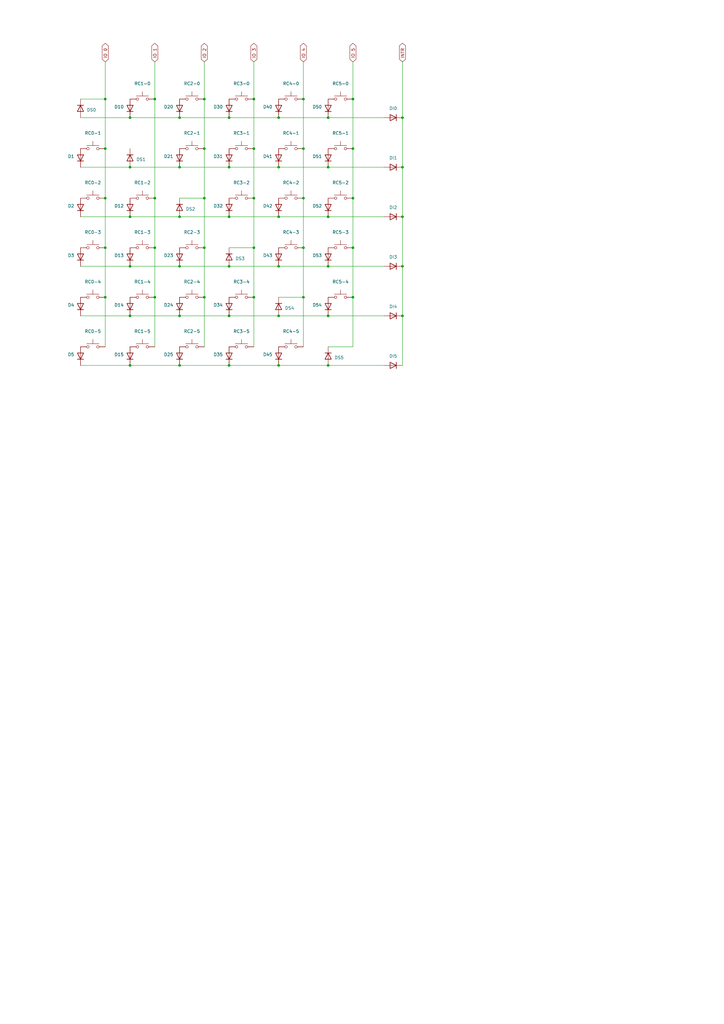
<source format=kicad_sch>
(kicad_sch (version 20230121) (generator eeschema)
  (paper "A3" portrait)
  (lib_symbols
    (symbol "Diode:1N4148" (pin_numbers hide) (pin_names hide)
      (property "Reference" "D" (at 0 2.54 0))
      (property "Value" "1N4148" (at 0 -2.54 0))
      (symbol "1N4148_0_1"
        (polyline (pts (xy -1.27 1.27) (xy -1.27 -1.27)) (stroke (width 0.254)))
        (polyline (pts (xy 1.27 0) (xy -1.27 0)))
        (polyline (pts (xy 1.27 1.27) (xy 1.27 -1.27) (xy -1.27 0) (xy 1.27 1.27)) (stroke (width 0.254)))
      )
      (symbol "1N4148_1_1"
        (pin passive line (at -3.81 0 0) (length 2.54) (name "K") (number "1"))
        (pin passive line (at 3.81 0 180) (length 2.54) (name "A") (number "2"))
      )
    )
    (symbol "Switch:SW_Push" (pin_numbers hide) (pin_names (offset 1.016) hide)
      (property "Reference" "SW" (at 1.27 2.54 0))
      (property "Value" "SW_Push" (at 0 -1.524 0))
      (symbol "SW_Push_0_1"
        (circle (center -2.032 0) (radius 0.508))
        (polyline (pts (xy 0 1.27) (xy 0 3.048)))
        (polyline (pts (xy 2.54 1.27) (xy -2.54 1.27)))
        (circle (center 2.032 0) (radius 0.508))
        (pin passive line (at -5.08 0 0) (length 2.54) (name "1") (number "1"))
        (pin passive line (at 5.08 0 180) (length 2.54) (name "2") (number "2"))
      )
    )
  )
  (junction (at 104.14 81.28))
  (junction (at 63.5 101.6))
  (junction (at 124.46 101.6))
  (junction (at 73.66 149.86))
  (junction (at 93.98 129.54))
  (junction (at 43.18 40.64))
  (junction (at 83.82 40.64))
  (junction (at 104.14 60.96))
  (junction (at 73.66 68.58))
  (junction (at 93.98 88.9))
  (junction (at 134.62 68.58))
  (junction (at 124.46 40.64))
  (junction (at 93.98 149.86))
  (junction (at 114.3 88.9))
  (junction (at 124.46 81.28))
  (junction (at 104.14 40.64))
  (junction (at 165.1 88.9))
  (junction (at 114.3 129.54))
  (junction (at 124.46 121.92))
  (junction (at 53.34 48.26))
  (junction (at 63.5 81.28))
  (junction (at 43.18 60.96))
  (junction (at 73.66 109.22))
  (junction (at 53.34 129.54))
  (junction (at 53.34 68.58))
  (junction (at 63.5 121.92))
  (junction (at 83.82 60.96))
  (junction (at 43.18 101.6))
  (junction (at 63.5 40.64))
  (junction (at 73.66 88.9))
  (junction (at 73.66 48.26))
  (junction (at 134.62 149.86))
  (junction (at 93.98 109.22))
  (junction (at 53.34 149.86))
  (junction (at 134.62 48.26))
  (junction (at 104.14 121.92))
  (junction (at 53.34 88.9))
  (junction (at 83.82 81.28))
  (junction (at 144.78 121.92))
  (junction (at 165.1 48.26))
  (junction (at 93.98 48.26))
  (junction (at 124.46 60.96))
  (junction (at 83.82 121.92))
  (junction (at 165.1 68.58))
  (junction (at 53.34 109.22))
  (junction (at 144.78 81.28))
  (junction (at 83.82 101.6))
  (junction (at 93.98 68.58))
  (junction (at 165.1 109.22))
  (junction (at 114.3 68.58))
  (junction (at 134.62 129.54))
  (junction (at 43.18 121.92))
  (junction (at 144.78 60.96))
  (junction (at 134.62 88.9))
  (junction (at 144.78 101.6))
  (junction (at 114.3 48.26))
  (junction (at 114.3 149.86))
  (junction (at 104.14 101.6))
  (junction (at 134.62 109.22))
  (junction (at 43.18 81.28))
  (junction (at 165.1 129.54))
  (junction (at 73.66 129.54))
  (junction (at 114.3 109.22))
  (junction (at 144.78 40.64))
  (wire (pts (xy 83.82 60.96) (xy 83.82 81.28)))
  (wire (pts (xy 144.78 25.4) (xy 144.78 40.64)))
  (wire (pts (xy 93.98 88.9) (xy 114.3 88.9)))
  (wire (pts (xy 73.66 109.22) (xy 93.98 109.22)))
  (wire (pts (xy 165.1 68.58) (xy 165.1 88.9)))
  (wire (pts (xy 114.3 129.54) (xy 134.62 129.54)))
  (wire (pts (xy 43.18 40.64) (xy 43.18 60.96)))
  (wire (pts (xy 114.3 88.9) (xy 134.62 88.9)))
  (wire (pts (xy 63.5 81.28) (xy 63.5 101.6)))
  (wire (pts (xy 104.14 101.6) (xy 104.14 121.92)))
  (wire (pts (xy 73.66 48.26) (xy 93.98 48.26)))
  (wire (pts (xy 104.14 25.4) (xy 104.14 40.64)))
  (wire (pts (xy 73.66 81.28) (xy 83.82 81.28)))
  (wire (pts (xy 114.3 68.58) (xy 134.62 68.58)))
  (wire (pts (xy 63.5 40.64) (xy 63.5 81.28)))
  (wire (pts (xy 33.02 129.54) (xy 53.34 129.54)))
  (wire (pts (xy 53.34 129.54) (xy 73.66 129.54)))
  (wire (pts (xy 33.02 109.22) (xy 53.34 109.22)))
  (wire (pts (xy 53.34 68.58) (xy 73.66 68.58)))
  (wire (pts (xy 83.82 101.6) (xy 83.82 121.92)))
  (wire (pts (xy 124.46 121.92) (xy 124.46 142.24)))
  (wire (pts (xy 114.3 149.86) (xy 134.62 149.86)))
  (wire (pts (xy 53.34 109.22) (xy 73.66 109.22)))
  (wire (pts (xy 124.46 25.4) (xy 124.46 40.64)))
  (wire (pts (xy 73.66 68.58) (xy 93.98 68.58)))
  (wire (pts (xy 63.5 121.92) (xy 63.5 142.24)))
  (wire (pts (xy 43.18 60.96) (xy 43.18 81.28)))
  (wire (pts (xy 124.46 81.28) (xy 124.46 101.6)))
  (wire (pts (xy 157.48 149.86) (xy 134.62 149.86)))
  (wire (pts (xy 157.48 109.22) (xy 134.62 109.22)))
  (wire (pts (xy 104.14 60.96) (xy 104.14 81.28)))
  (wire (pts (xy 104.14 81.28) (xy 104.14 101.6)))
  (wire (pts (xy 53.34 88.9) (xy 73.66 88.9)))
  (wire (pts (xy 93.98 109.22) (xy 114.3 109.22)))
  (wire (pts (xy 33.02 68.58) (xy 53.34 68.58)))
  (wire (pts (xy 165.1 88.9) (xy 165.1 109.22)))
  (wire (pts (xy 43.18 121.92) (xy 43.18 142.24)))
  (wire (pts (xy 33.02 48.26) (xy 53.34 48.26)))
  (wire (pts (xy 93.98 149.86) (xy 114.3 149.86)))
  (wire (pts (xy 165.1 25.4) (xy 165.1 48.26)))
  (wire (pts (xy 73.66 88.9) (xy 93.98 88.9)))
  (wire (pts (xy 33.02 40.64) (xy 43.18 40.64)))
  (wire (pts (xy 93.98 48.26) (xy 114.3 48.26)))
  (wire (pts (xy 165.1 48.26) (xy 165.1 68.58)))
  (wire (pts (xy 33.02 88.9) (xy 53.34 88.9)))
  (wire (pts (xy 124.46 101.6) (xy 124.46 121.92)))
  (wire (pts (xy 114.3 109.22) (xy 134.62 109.22)))
  (wire (pts (xy 53.34 48.26) (xy 73.66 48.26)))
  (wire (pts (xy 93.98 101.6) (xy 104.14 101.6)))
  (wire (pts (xy 157.48 129.54) (xy 134.62 129.54)))
  (wire (pts (xy 124.46 40.64) (xy 124.46 60.96)))
  (wire (pts (xy 53.34 149.86) (xy 73.66 149.86)))
  (wire (pts (xy 93.98 129.54) (xy 114.3 129.54)))
  (wire (pts (xy 83.82 121.92) (xy 83.82 142.24)))
  (wire (pts (xy 93.98 68.58) (xy 114.3 68.58)))
  (wire (pts (xy 73.66 129.54) (xy 93.98 129.54)))
  (wire (pts (xy 157.48 88.9) (xy 134.62 88.9)))
  (wire (pts (xy 144.78 101.6) (xy 144.78 121.92)))
  (wire (pts (xy 83.82 81.28) (xy 83.82 101.6)))
  (wire (pts (xy 43.18 101.6) (xy 43.18 121.92)))
  (wire (pts (xy 144.78 121.92) (xy 144.78 142.24)))
  (wire (pts (xy 63.5 25.4) (xy 63.5 40.64)))
  (wire (pts (xy 104.14 121.92) (xy 104.14 142.24)))
  (wire (pts (xy 157.48 48.26) (xy 134.62 48.26)))
  (wire (pts (xy 124.46 60.96) (xy 124.46 81.28)))
  (wire (pts (xy 157.48 68.58) (xy 134.62 68.58)))
  (wire (pts (xy 165.1 109.22) (xy 165.1 129.54)))
  (wire (pts (xy 83.82 40.64) (xy 83.82 60.96)))
  (wire (pts (xy 83.82 25.4) (xy 83.82 40.64)))
  (wire (pts (xy 73.66 149.86) (xy 93.98 149.86)))
  (wire (pts (xy 144.78 40.64) (xy 144.78 60.96)))
  (wire (pts (xy 114.3 48.26) (xy 134.62 48.26)))
  (wire (pts (xy 33.02 149.86) (xy 53.34 149.86)))
  (wire (pts (xy 43.18 81.28) (xy 43.18 101.6)))
  (wire (pts (xy 165.1 129.54) (xy 165.1 149.86)))
  (wire (pts (xy 144.78 81.28) (xy 144.78 101.6)))
  (wire (pts (xy 114.3 121.92) (xy 124.46 121.92)))
  (wire (pts (xy 63.5 101.6) (xy 63.5 121.92)))
  (wire (pts (xy 104.14 40.64) (xy 104.14 60.96)))
  (wire (pts (xy 144.78 60.96) (xy 144.78 81.28)))
  (wire (pts (xy 134.62 142.24) (xy 144.78 142.24)))
  (wire (pts (xy 43.18 25.4) (xy 43.18 40.64)))
  (global_label "IO 3" (shape bidirectional) (at 104.14 25.4 90) (property "Intersheetrefs" "${INTERSHEET_REFS}" (effects hide)))
  (global_label "IO 1" (shape bidirectional) (at 63.5 25.4 90) (property "Intersheetrefs" "${INTERSHEET_REFS}" (effects hide)))
  (global_label "IO 0" (shape bidirectional) (at 43.18 25.4 90) (property "Intersheetrefs" "${INTERSHEET_REFS}" (effects hide)))
  (global_label "INTR" (shape bidirectional) (at 165.1 25.4 90) (property "Intersheetrefs" "${INTERSHEET_REFS}" (effects hide)))
  (global_label "IO 2" (shape bidirectional) (at 83.82 25.4 90) (property "Intersheetrefs" "${INTERSHEET_REFS}" (effects hide)))
  (global_label "IO 5" (shape bidirectional) (at 144.78 25.4 90) (property "Intersheetrefs" "${INTERSHEET_REFS}" (effects hide)))
  (global_label "IO 4" (shape bidirectional) (at 124.46 25.4 90) (property "Intersheetrefs" "${INTERSHEET_REFS}" (effects hide)))
  (symbol (lib_id "Diode:1N4148") (at 53.34 64.77 90) (mirror x) (unit 1)
    (property "Reference" "DS1" (at 55.88 65.405 90) (effects (justify right)))
    (property "Value" "1N4148" (effects hide))
    (property "Footprint" "Diode_THT:D_DO-35_SOD27_P7.62mm_Horizontal" (effects hide))
    (property "Datasheet" "https://assets.nexperia.com/documents/data-sheet/1N4148_1N4448.pdf" (effects hide))
    (property "Sim.Device" "D" (effects hide))
    (property "Sim.Pins" "1=K 2=A" (effects hide))
  )
  (symbol (lib_id "Diode:1N4148") (at 33.02 44.45 90) (mirror x) (unit 1)
    (property "Reference" "DS0" (at 35.56 45.085 90) (effects (justify right)))
    (property "Value" "1N4148" (effects hide))
    (property "Footprint" "Diode_THT:D_DO-35_SOD27_P7.62mm_Horizontal" (effects hide))
    (property "Datasheet" "https://assets.nexperia.com/documents/data-sheet/1N4148_1N4448.pdf" (effects hide))
    (property "Sim.Device" "D" (effects hide))
    (property "Sim.Pins" "1=K 2=A" (effects hide))
  )
  (symbol (lib_id "Diode:1N4148") (at 114.3 44.45 270) (mirror x) (unit 1)
    (property "Reference" "D40" (at 111.76 43.815 90) (effects (justify right)))
    (property "Value" "1N4148" (effects hide))
    (property "Footprint" "Diode_THT:D_DO-35_SOD27_P7.62mm_Horizontal" (effects hide))
    (property "Datasheet" "https://assets.nexperia.com/documents/data-sheet/1N4148_1N4448.pdf" (effects hide))
    (property "Sim.Device" "D" (effects hide))
    (property "Sim.Pins" "1=K 2=A" (effects hide))
  )
  (symbol (lib_id "Diode:1N4148") (at 161.29 149.86 0) (mirror y) (unit 1)
    (property "Reference" "DI5" (at 161.29 146.05 0))
    (property "Value" "1N4148" (effects hide))
    (property "Footprint" "Diode_THT:D_DO-35_SOD27_P7.62mm_Horizontal" (effects hide))
    (property "Datasheet" "https://assets.nexperia.com/documents/data-sheet/1N4148_1N4448.pdf" (effects hide))
    (property "Sim.Device" "D" (effects hide))
    (property "Sim.Pins" "1=K 2=A" (effects hide))
  )
  (symbol (lib_id "Switch:SW_Push") (at 119.38 40.64 0) (mirror y) (unit 1)
    (property "Reference" "RC4-0" (at 119.38 34.29 0))
    (property "Value" "SW_Push" (effects hide))
  )
  (symbol (lib_id "Diode:1N4148") (at 33.02 146.05 270) (mirror x) (unit 1)
    (property "Reference" "D5" (at 30.48 145.415 90) (effects (justify right)))
    (property "Value" "1N4148" (effects hide))
    (property "Footprint" "Diode_THT:D_DO-35_SOD27_P7.62mm_Horizontal" (effects hide))
    (property "Datasheet" "https://assets.nexperia.com/documents/data-sheet/1N4148_1N4448.pdf" (effects hide))
    (property "Sim.Device" "D" (effects hide))
    (property "Sim.Pins" "1=K 2=A" (effects hide))
  )
  (symbol (lib_id "Switch:SW_Push") (at 139.7 121.92 0) (mirror y) (unit 1)
    (property "Reference" "RC5-4" (at 139.7 115.57 0))
    (property "Value" "SW_Push" (effects hide))
  )
  (symbol (lib_id "Switch:SW_Push") (at 99.06 60.96 0) (mirror y) (unit 1)
    (property "Reference" "RC3-1" (at 99.06 54.61 0))
    (property "Value" "SW_Push" (effects hide))
  )
  (symbol (lib_id "Switch:SW_Push") (at 78.74 101.6 0) (mirror y) (unit 1)
    (property "Reference" "RC2-3" (at 78.74 95.25 0))
    (property "Value" "SW_Push" (effects hide))
  )
  (symbol (lib_id "Switch:SW_Push") (at 58.42 101.6 0) (mirror y) (unit 1)
    (property "Reference" "RC1-3" (at 58.42 95.25 0))
    (property "Value" "SW_Push" (effects hide))
  )
  (symbol (lib_id "Switch:SW_Push") (at 99.06 40.64 0) (mirror y) (unit 1)
    (property "Reference" "RC3-0" (at 99.06 34.29 0))
    (property "Value" "SW_Push" (effects hide))
  )
  (symbol (lib_id "Switch:SW_Push") (at 58.42 121.92 0) (mirror y) (unit 1)
    (property "Reference" "RC1-4" (at 58.42 115.57 0))
    (property "Value" "SW_Push" (effects hide))
  )
  (symbol (lib_id "Diode:1N4148") (at 134.62 125.73 270) (mirror x) (unit 1)
    (property "Reference" "D54" (at 132.08 125.095 90) (effects (justify right)))
    (property "Value" "1N4148" (effects hide))
    (property "Footprint" "Diode_THT:D_DO-35_SOD27_P7.62mm_Horizontal" (effects hide))
    (property "Datasheet" "https://assets.nexperia.com/documents/data-sheet/1N4148_1N4448.pdf" (effects hide))
    (property "Sim.Device" "D" (effects hide))
    (property "Sim.Pins" "1=K 2=A" (effects hide))
  )
  (symbol (lib_id "Switch:SW_Push") (at 58.42 81.28 0) (mirror y) (unit 1)
    (property "Reference" "RC1-2" (at 58.42 74.93 0))
    (property "Value" "SW_Push" (effects hide))
  )
  (symbol (lib_id "Diode:1N4148") (at 114.3 105.41 270) (mirror x) (unit 1)
    (property "Reference" "D43" (at 111.76 104.775 90) (effects (justify right)))
    (property "Value" "1N4148" (effects hide))
    (property "Footprint" "Diode_THT:D_DO-35_SOD27_P7.62mm_Horizontal" (effects hide))
    (property "Datasheet" "https://assets.nexperia.com/documents/data-sheet/1N4148_1N4448.pdf" (effects hide))
    (property "Sim.Device" "D" (effects hide))
    (property "Sim.Pins" "1=K 2=A" (effects hide))
  )
  (symbol (lib_id "Switch:SW_Push") (at 58.42 40.64 0) (mirror y) (unit 1)
    (property "Reference" "RC1-0" (at 58.42 34.29 0))
    (property "Value" "SW_Push" (effects hide))
  )
  (symbol (lib_id "Diode:1N4148") (at 93.98 64.77 270) (mirror x) (unit 1)
    (property "Reference" "D31" (at 91.44 64.135 90) (effects (justify right)))
    (property "Value" "1N4148" (effects hide))
    (property "Footprint" "Diode_THT:D_DO-35_SOD27_P7.62mm_Horizontal" (effects hide))
    (property "Datasheet" "https://assets.nexperia.com/documents/data-sheet/1N4148_1N4448.pdf" (effects hide))
    (property "Sim.Device" "D" (effects hide))
    (property "Sim.Pins" "1=K 2=A" (effects hide))
  )
  (symbol (lib_id "Switch:SW_Push") (at 119.38 60.96 0) (mirror y) (unit 1)
    (property "Reference" "RC4-1" (at 119.38 54.61 0))
    (property "Value" "SW_Push" (effects hide))
  )
  (symbol (lib_id "Diode:1N4148") (at 93.98 85.09 270) (mirror x) (unit 1)
    (property "Reference" "D32" (at 91.44 84.455 90) (effects (justify right)))
    (property "Value" "1N4148" (effects hide))
    (property "Footprint" "Diode_THT:D_DO-35_SOD27_P7.62mm_Horizontal" (effects hide))
    (property "Datasheet" "https://assets.nexperia.com/documents/data-sheet/1N4148_1N4448.pdf" (effects hide))
    (property "Sim.Device" "D" (effects hide))
    (property "Sim.Pins" "1=K 2=A" (effects hide))
  )
  (symbol (lib_id "Diode:1N4148") (at 114.3 146.05 270) (mirror x) (unit 1)
    (property "Reference" "D45" (at 111.76 145.415 90) (effects (justify right)))
    (property "Value" "1N4148" (effects hide))
    (property "Footprint" "Diode_THT:D_DO-35_SOD27_P7.62mm_Horizontal" (effects hide))
    (property "Datasheet" "https://assets.nexperia.com/documents/data-sheet/1N4148_1N4448.pdf" (effects hide))
    (property "Sim.Device" "D" (effects hide))
    (property "Sim.Pins" "1=K 2=A" (effects hide))
  )
  (symbol (lib_id "Switch:SW_Push") (at 99.06 81.28 0) (mirror y) (unit 1)
    (property "Reference" "RC3-2" (at 99.06 74.93 0))
    (property "Value" "SW_Push" (effects hide))
  )
  (symbol (lib_id "Diode:1N4148") (at 161.29 48.26 0) (mirror y) (unit 1)
    (property "Reference" "DI0" (at 161.29 44.45 0))
    (property "Value" "1N4148" (effects hide))
    (property "Footprint" "Diode_THT:D_DO-35_SOD27_P7.62mm_Horizontal" (effects hide))
    (property "Datasheet" "https://assets.nexperia.com/documents/data-sheet/1N4148_1N4448.pdf" (effects hide))
    (property "Sim.Device" "D" (effects hide))
    (property "Sim.Pins" "1=K 2=A" (effects hide))
  )
  (symbol (lib_id "Diode:1N4148") (at 134.62 85.09 270) (mirror x) (unit 1)
    (property "Reference" "D52" (at 132.08 84.455 90) (effects (justify right)))
    (property "Value" "1N4148" (effects hide))
    (property "Footprint" "Diode_THT:D_DO-35_SOD27_P7.62mm_Horizontal" (effects hide))
    (property "Datasheet" "https://assets.nexperia.com/documents/data-sheet/1N4148_1N4448.pdf" (effects hide))
    (property "Sim.Device" "D" (effects hide))
    (property "Sim.Pins" "1=K 2=A" (effects hide))
  )
  (symbol (lib_id "Diode:1N4148") (at 114.3 64.77 270) (mirror x) (unit 1)
    (property "Reference" "D41" (at 111.76 64.135 90) (effects (justify right)))
    (property "Value" "1N4148" (effects hide))
    (property "Footprint" "Diode_THT:D_DO-35_SOD27_P7.62mm_Horizontal" (effects hide))
    (property "Datasheet" "https://assets.nexperia.com/documents/data-sheet/1N4148_1N4448.pdf" (effects hide))
    (property "Sim.Device" "D" (effects hide))
    (property "Sim.Pins" "1=K 2=A" (effects hide))
  )
  (symbol (lib_id "Diode:1N4148") (at 161.29 68.58 0) (mirror y) (unit 1)
    (property "Reference" "DI1" (at 161.29 64.77 0))
    (property "Value" "1N4148" (effects hide))
    (property "Footprint" "Diode_THT:D_DO-35_SOD27_P7.62mm_Horizontal" (effects hide))
    (property "Datasheet" "https://assets.nexperia.com/documents/data-sheet/1N4148_1N4448.pdf" (effects hide))
    (property "Sim.Device" "D" (effects hide))
    (property "Sim.Pins" "1=K 2=A" (effects hide))
  )
  (symbol (lib_id "Diode:1N4148") (at 73.66 64.77 270) (mirror x) (unit 1)
    (property "Reference" "D21" (at 71.12 64.135 90) (effects (justify right)))
    (property "Value" "1N4148" (effects hide))
    (property "Footprint" "Diode_THT:D_DO-35_SOD27_P7.62mm_Horizontal" (effects hide))
    (property "Datasheet" "https://assets.nexperia.com/documents/data-sheet/1N4148_1N4448.pdf" (effects hide))
    (property "Sim.Device" "D" (effects hide))
    (property "Sim.Pins" "1=K 2=A" (effects hide))
  )
  (symbol (lib_id "Diode:1N4148") (at 93.98 146.05 270) (mirror x) (unit 1)
    (property "Reference" "D35" (at 91.44 145.415 90) (effects (justify right)))
    (property "Value" "1N4148" (effects hide))
    (property "Footprint" "Diode_THT:D_DO-35_SOD27_P7.62mm_Horizontal" (effects hide))
    (property "Datasheet" "https://assets.nexperia.com/documents/data-sheet/1N4148_1N4448.pdf" (effects hide))
    (property "Sim.Device" "D" (effects hide))
    (property "Sim.Pins" "1=K 2=A" (effects hide))
  )
  (symbol (lib_id "Diode:1N4148") (at 53.34 146.05 270) (mirror x) (unit 1)
    (property "Reference" "D15" (at 50.8 145.415 90) (effects (justify right)))
    (property "Value" "1N4148" (effects hide))
    (property "Footprint" "Diode_THT:D_DO-35_SOD27_P7.62mm_Horizontal" (effects hide))
    (property "Datasheet" "https://assets.nexperia.com/documents/data-sheet/1N4148_1N4448.pdf" (effects hide))
    (property "Sim.Device" "D" (effects hide))
    (property "Sim.Pins" "1=K 2=A" (effects hide))
  )
  (symbol (lib_id "Switch:SW_Push") (at 38.1 81.28 0) (mirror y) (unit 1)
    (property "Reference" "RC0-2" (at 38.1 74.93 0))
    (property "Value" "SW_Push" (effects hide))
  )
  (symbol (lib_id "Diode:1N4148") (at 33.02 125.73 270) (mirror x) (unit 1)
    (property "Reference" "D4" (at 30.48 125.095 90) (effects (justify right)))
    (property "Value" "1N4148" (effects hide))
    (property "Footprint" "Diode_THT:D_DO-35_SOD27_P7.62mm_Horizontal" (effects hide))
    (property "Datasheet" "https://assets.nexperia.com/documents/data-sheet/1N4148_1N4448.pdf" (effects hide))
    (property "Sim.Device" "D" (effects hide))
    (property "Sim.Pins" "1=K 2=A" (effects hide))
  )
  (symbol (lib_id "Diode:1N4148") (at 134.62 105.41 270) (mirror x) (unit 1)
    (property "Reference" "D53" (at 132.08 104.775 90) (effects (justify right)))
    (property "Value" "1N4148" (effects hide))
    (property "Footprint" "Diode_THT:D_DO-35_SOD27_P7.62mm_Horizontal" (effects hide))
    (property "Datasheet" "https://assets.nexperia.com/documents/data-sheet/1N4148_1N4448.pdf" (effects hide))
    (property "Sim.Device" "D" (effects hide))
    (property "Sim.Pins" "1=K 2=A" (effects hide))
  )
  (symbol (lib_id "Diode:1N4148") (at 73.66 105.41 270) (mirror x) (unit 1)
    (property "Reference" "D23" (at 71.12 104.775 90) (effects (justify right)))
    (property "Value" "1N4148" (effects hide))
    (property "Footprint" "Diode_THT:D_DO-35_SOD27_P7.62mm_Horizontal" (effects hide))
    (property "Datasheet" "https://assets.nexperia.com/documents/data-sheet/1N4148_1N4448.pdf" (effects hide))
    (property "Sim.Device" "D" (effects hide))
    (property "Sim.Pins" "1=K 2=A" (effects hide))
  )
  (symbol (lib_id "Diode:1N4148") (at 93.98 125.73 270) (mirror x) (unit 1)
    (property "Reference" "D34" (at 91.44 125.095 90) (effects (justify right)))
    (property "Value" "1N4148" (effects hide))
    (property "Footprint" "Diode_THT:D_DO-35_SOD27_P7.62mm_Horizontal" (effects hide))
    (property "Datasheet" "https://assets.nexperia.com/documents/data-sheet/1N4148_1N4448.pdf" (effects hide))
    (property "Sim.Device" "D" (effects hide))
    (property "Sim.Pins" "1=K 2=A" (effects hide))
  )
  (symbol (lib_id "Diode:1N4148") (at 53.34 44.45 270) (mirror x) (unit 1)
    (property "Reference" "D10" (at 50.8 43.815 90) (effects (justify right)))
    (property "Value" "1N4148" (effects hide))
    (property "Footprint" "Diode_THT:D_DO-35_SOD27_P7.62mm_Horizontal" (effects hide))
    (property "Datasheet" "https://assets.nexperia.com/documents/data-sheet/1N4148_1N4448.pdf" (effects hide))
    (property "Sim.Device" "D" (effects hide))
    (property "Sim.Pins" "1=K 2=A" (effects hide))
  )
  (symbol (lib_id "Switch:SW_Push") (at 139.7 60.96 0) (mirror y) (unit 1)
    (property "Reference" "RC5-1" (at 139.7 54.61 0))
    (property "Value" "SW_Push" (effects hide))
  )
  (symbol (lib_id "Diode:1N4148") (at 73.66 44.45 270) (mirror x) (unit 1)
    (property "Reference" "D20" (at 71.12 43.815 90) (effects (justify right)))
    (property "Value" "1N4148" (effects hide))
    (property "Footprint" "Diode_THT:D_DO-35_SOD27_P7.62mm_Horizontal" (effects hide))
    (property "Datasheet" "https://assets.nexperia.com/documents/data-sheet/1N4148_1N4448.pdf" (effects hide))
    (property "Sim.Device" "D" (effects hide))
    (property "Sim.Pins" "1=K 2=A" (effects hide))
  )
  (symbol (lib_id "Switch:SW_Push") (at 78.74 121.92 0) (mirror y) (unit 1)
    (property "Reference" "RC2-4" (at 78.74 115.57 0))
    (property "Value" "SW_Push" (effects hide))
  )
  (symbol (lib_id "Switch:SW_Push") (at 119.38 101.6 0) (mirror y) (unit 1)
    (property "Reference" "RC4-3" (at 119.38 95.25 0))
    (property "Value" "SW_Push" (effects hide))
  )
  (symbol (lib_id "Diode:1N4148") (at 93.98 44.45 270) (mirror x) (unit 1)
    (property "Reference" "D30" (at 91.44 43.815 90) (effects (justify right)))
    (property "Value" "1N4148" (effects hide))
    (property "Footprint" "Diode_THT:D_DO-35_SOD27_P7.62mm_Horizontal" (effects hide))
    (property "Datasheet" "https://assets.nexperia.com/documents/data-sheet/1N4148_1N4448.pdf" (effects hide))
    (property "Sim.Device" "D" (effects hide))
    (property "Sim.Pins" "1=K 2=A" (effects hide))
  )
  (symbol (lib_id "Switch:SW_Push") (at 58.42 142.24 0) (mirror y) (unit 1)
    (property "Reference" "RC1-5" (at 58.42 135.89 0))
    (property "Value" "SW_Push" (effects hide))
  )
  (symbol (lib_id "Diode:1N4148") (at 161.29 129.54 0) (mirror y) (unit 1)
    (property "Reference" "DI4" (at 161.29 125.73 0))
    (property "Value" "1N4148" (effects hide))
    (property "Footprint" "Diode_THT:D_DO-35_SOD27_P7.62mm_Horizontal" (effects hide))
    (property "Datasheet" "https://assets.nexperia.com/documents/data-sheet/1N4148_1N4448.pdf" (effects hide))
    (property "Sim.Device" "D" (effects hide))
    (property "Sim.Pins" "1=K 2=A" (effects hide))
  )
  (symbol (lib_id "Diode:1N4148") (at 161.29 109.22 0) (mirror y) (unit 1)
    (property "Reference" "DI3" (at 161.29 105.41 0))
    (property "Value" "1N4148" (effects hide))
    (property "Footprint" "Diode_THT:D_DO-35_SOD27_P7.62mm_Horizontal" (effects hide))
    (property "Datasheet" "https://assets.nexperia.com/documents/data-sheet/1N4148_1N4448.pdf" (effects hide))
    (property "Sim.Device" "D" (effects hide))
    (property "Sim.Pins" "1=K 2=A" (effects hide))
  )
  (symbol (lib_id "Diode:1N4148") (at 161.29 88.9 0) (mirror y) (unit 1)
    (property "Reference" "DI2" (at 161.29 85.09 0))
    (property "Value" "1N4148" (effects hide))
    (property "Footprint" "Diode_THT:D_DO-35_SOD27_P7.62mm_Horizontal" (effects hide))
    (property "Datasheet" "https://assets.nexperia.com/documents/data-sheet/1N4148_1N4448.pdf" (effects hide))
    (property "Sim.Device" "D" (effects hide))
    (property "Sim.Pins" "1=K 2=A" (effects hide))
  )
  (symbol (lib_id "Switch:SW_Push") (at 139.7 101.6 0) (mirror y) (unit 1)
    (property "Reference" "RC5-3" (at 139.7 95.25 0))
    (property "Value" "SW_Push" (effects hide))
  )
  (symbol (lib_id "Diode:1N4148") (at 33.02 105.41 270) (mirror x) (unit 1)
    (property "Reference" "D3" (at 30.48 104.775 90) (effects (justify right)))
    (property "Value" "1N4148" (effects hide))
    (property "Footprint" "Diode_THT:D_DO-35_SOD27_P7.62mm_Horizontal" (effects hide))
    (property "Datasheet" "https://assets.nexperia.com/documents/data-sheet/1N4148_1N4448.pdf" (effects hide))
    (property "Sim.Device" "D" (effects hide))
    (property "Sim.Pins" "1=K 2=A" (effects hide))
  )
  (symbol (lib_id "Switch:SW_Push") (at 38.1 121.92 0) (mirror y) (unit 1)
    (property "Reference" "RC0-4" (at 38.1 115.57 0))
    (property "Value" "SW_Push" (effects hide))
  )
  (symbol (lib_id "Diode:1N4148") (at 33.02 85.09 270) (mirror x) (unit 1)
    (property "Reference" "D2" (at 30.48 84.455 90) (effects (justify right)))
    (property "Value" "1N4148" (effects hide))
    (property "Footprint" "Diode_THT:D_DO-35_SOD27_P7.62mm_Horizontal" (effects hide))
    (property "Datasheet" "https://assets.nexperia.com/documents/data-sheet/1N4148_1N4448.pdf" (effects hide))
    (property "Sim.Device" "D" (effects hide))
    (property "Sim.Pins" "1=K 2=A" (effects hide))
  )
  (symbol (lib_id "Switch:SW_Push") (at 119.38 142.24 0) (mirror y) (unit 1)
    (property "Reference" "RC4-5" (at 119.38 135.89 0))
    (property "Value" "SW_Push" (effects hide))
  )
  (symbol (lib_id "Diode:1N4148") (at 73.66 85.09 90) (mirror x) (unit 1)
    (property "Reference" "DS2" (at 76.2 85.725 90) (effects (justify right)))
    (property "Value" "1N4148" (effects hide))
    (property "Footprint" "Diode_THT:D_DO-35_SOD27_P7.62mm_Horizontal" (effects hide))
    (property "Datasheet" "https://assets.nexperia.com/documents/data-sheet/1N4148_1N4448.pdf" (effects hide))
    (property "Sim.Device" "D" (effects hide))
    (property "Sim.Pins" "1=K 2=A" (effects hide))
  )
  (symbol (lib_id "Diode:1N4148") (at 134.62 146.05 90) (mirror x) (unit 1)
    (property "Reference" "DS5" (at 137.16 146.685 90) (effects (justify right)))
    (property "Value" "1N4148" (effects hide))
    (property "Footprint" "Diode_THT:D_DO-35_SOD27_P7.62mm_Horizontal" (effects hide))
    (property "Datasheet" "https://assets.nexperia.com/documents/data-sheet/1N4148_1N4448.pdf" (effects hide))
    (property "Sim.Device" "D" (effects hide))
    (property "Sim.Pins" "1=K 2=A" (effects hide))
  )
  (symbol (lib_id "Switch:SW_Push") (at 119.38 81.28 0) (mirror y) (unit 1)
    (property "Reference" "RC4-2" (at 119.38 74.93 0))
    (property "Value" "SW_Push" (effects hide))
  )
  (symbol (lib_id "Switch:SW_Push") (at 99.06 121.92 0) (mirror y) (unit 1)
    (property "Reference" "RC3-4" (at 99.06 115.57 0))
    (property "Value" "SW_Push" (effects hide))
  )
  (symbol (lib_id "Switch:SW_Push") (at 38.1 142.24 0) (mirror y) (unit 1)
    (property "Reference" "RC0-5" (at 38.1 135.89 0))
    (property "Value" "SW_Push" (effects hide))
  )
  (symbol (lib_id "Diode:1N4148") (at 114.3 125.73 90) (mirror x) (unit 1)
    (property "Reference" "DS4" (at 116.84 126.365 90) (effects (justify right)))
    (property "Value" "1N4148" (effects hide))
    (property "Footprint" "Diode_THT:D_DO-35_SOD27_P7.62mm_Horizontal" (effects hide))
    (property "Datasheet" "https://assets.nexperia.com/documents/data-sheet/1N4148_1N4448.pdf" (effects hide))
    (property "Sim.Device" "D" (effects hide))
    (property "Sim.Pins" "1=K 2=A" (effects hide))
  )
  (symbol (lib_id "Switch:SW_Push") (at 38.1 60.96 0) (mirror y) (unit 1)
    (property "Reference" "RC0-1" (at 38.1 54.61 0))
    (property "Value" "SW_Push" (effects hide))
  )
  (symbol (lib_id "Switch:SW_Push") (at 139.7 81.28 0) (mirror y) (unit 1)
    (property "Reference" "RC5-2" (at 139.7 74.93 0))
    (property "Value" "SW_Push" (effects hide))
  )
  (symbol (lib_id "Switch:SW_Push") (at 38.1 101.6 0) (mirror y) (unit 1)
    (property "Reference" "RC0-3" (at 38.1 95.25 0))
    (property "Value" "SW_Push" (effects hide))
  )
  (symbol (lib_id "Diode:1N4148") (at 114.3 85.09 270) (mirror x) (unit 1)
    (property "Reference" "D42" (at 111.76 84.455 90) (effects (justify right)))
    (property "Value" "1N4148" (effects hide))
    (property "Footprint" "Diode_THT:D_DO-35_SOD27_P7.62mm_Horizontal" (effects hide))
    (property "Datasheet" "https://assets.nexperia.com/documents/data-sheet/1N4148_1N4448.pdf" (effects hide))
    (property "Sim.Device" "D" (effects hide))
    (property "Sim.Pins" "1=K 2=A" (effects hide))
  )
  (symbol (lib_id "Switch:SW_Push") (at 78.74 142.24 0) (mirror y) (unit 1)
    (property "Reference" "RC2-5" (at 78.74 135.89 0))
    (property "Value" "SW_Push" (effects hide))
  )
  (symbol (lib_id "Diode:1N4148") (at 134.62 44.45 270) (mirror x) (unit 1)
    (property "Reference" "D50" (at 132.08 43.815 90) (effects (justify right)))
    (property "Value" "1N4148" (effects hide))
    (property "Footprint" "Diode_THT:D_DO-35_SOD27_P7.62mm_Horizontal" (effects hide))
    (property "Datasheet" "https://assets.nexperia.com/documents/data-sheet/1N4148_1N4448.pdf" (effects hide))
    (property "Sim.Device" "D" (effects hide))
    (property "Sim.Pins" "1=K 2=A" (effects hide))
  )
  (symbol (lib_id "Diode:1N4148") (at 134.62 64.77 270) (mirror x) (unit 1)
    (property "Reference" "D51" (at 132.08 64.135 90) (effects (justify right)))
    (property "Value" "1N4148" (effects hide))
    (property "Footprint" "Diode_THT:D_DO-35_SOD27_P7.62mm_Horizontal" (effects hide))
    (property "Datasheet" "https://assets.nexperia.com/documents/data-sheet/1N4148_1N4448.pdf" (effects hide))
    (property "Sim.Device" "D" (effects hide))
    (property "Sim.Pins" "1=K 2=A" (effects hide))
  )
  (symbol (lib_id "Diode:1N4148") (at 53.34 85.09 270) (mirror x) (unit 1)
    (property "Reference" "D12" (at 50.8 84.455 90) (effects (justify right)))
    (property "Value" "1N4148" (effects hide))
    (property "Footprint" "Diode_THT:D_DO-35_SOD27_P7.62mm_Horizontal" (effects hide))
    (property "Datasheet" "https://assets.nexperia.com/documents/data-sheet/1N4148_1N4448.pdf" (effects hide))
    (property "Sim.Device" "D" (effects hide))
    (property "Sim.Pins" "1=K 2=A" (effects hide))
  )
  (symbol (lib_id "Diode:1N4148") (at 33.02 64.77 270) (mirror x) (unit 1)
    (property "Reference" "D1" (at 30.48 64.135 90) (effects (justify right)))
    (property "Value" "1N4148" (effects hide))
    (property "Footprint" "Diode_THT:D_DO-35_SOD27_P7.62mm_Horizontal" (effects hide))
    (property "Datasheet" "https://assets.nexperia.com/documents/data-sheet/1N4148_1N4448.pdf" (effects hide))
    (property "Sim.Device" "D" (effects hide))
    (property "Sim.Pins" "1=K 2=A" (effects hide))
  )
  (symbol (lib_id "Switch:SW_Push") (at 139.7 40.64 0) (mirror y) (unit 1)
    (property "Reference" "RC5-0" (at 139.7 34.29 0))
    (property "Value" "SW_Push" (effects hide))
  )
  (symbol (lib_id "Switch:SW_Push") (at 78.74 60.96 0) (mirror y) (unit 1)
    (property "Reference" "RC2-1" (at 78.74 54.61 0))
    (property "Value" "SW_Push" (effects hide))
  )
  (symbol (lib_id "Diode:1N4148") (at 53.34 125.73 270) (mirror x) (unit 1)
    (property "Reference" "D14" (at 50.8 125.095 90) (effects (justify right)))
    (property "Value" "1N4148" (effects hide))
    (property "Footprint" "Diode_THT:D_DO-35_SOD27_P7.62mm_Horizontal" (effects hide))
    (property "Datasheet" "https://assets.nexperia.com/documents/data-sheet/1N4148_1N4448.pdf" (effects hide))
    (property "Sim.Device" "D" (effects hide))
    (property "Sim.Pins" "1=K 2=A" (effects hide))
  )
  (symbol (lib_id "Switch:SW_Push") (at 99.06 142.24 0) (mirror y) (unit 1)
    (property "Reference" "RC3-5" (at 99.06 135.89 0))
    (property "Value" "SW_Push" (effects hide))
  )
  (symbol (lib_id "Diode:1N4148") (at 93.98 105.41 90) (mirror x) (unit 1)
    (property "Reference" "DS3" (at 96.52 106.045 90) (effects (justify right)))
    (property "Value" "1N4148" (effects hide))
    (property "Footprint" "Diode_THT:D_DO-35_SOD27_P7.62mm_Horizontal" (effects hide))
    (property "Datasheet" "https://assets.nexperia.com/documents/data-sheet/1N4148_1N4448.pdf" (effects hide))
    (property "Sim.Device" "D" (effects hide))
    (property "Sim.Pins" "1=K 2=A" (effects hide))
  )
  (symbol (lib_id "Diode:1N4148") (at 73.66 125.73 270) (mirror x) (unit 1)
    (property "Reference" "D24" (at 71.12 125.095 90) (effects (justify right)))
    (property "Value" "1N4148" (effects hide))
    (property "Footprint" "Diode_THT:D_DO-35_SOD27_P7.62mm_Horizontal" (effects hide))
    (property "Datasheet" "https://assets.nexperia.com/documents/data-sheet/1N4148_1N4448.pdf" (effects hide))
    (property "Sim.Device" "D" (effects hide))
    (property "Sim.Pins" "1=K 2=A" (effects hide))
  )
  (symbol (lib_id "Switch:SW_Push") (at 78.74 40.64 0) (mirror y) (unit 1)
    (property "Reference" "RC2-0" (at 78.74 34.29 0))
    (property "Value" "SW_Push" (effects hide))
  )
  (symbol (lib_id "Diode:1N4148") (at 53.34 105.41 270) (mirror x) (unit 1)
    (property "Reference" "D13" (at 50.8 104.775 90) (effects (justify right)))
    (property "Value" "1N4148" (effects hide))
    (property "Footprint" "Diode_THT:D_DO-35_SOD27_P7.62mm_Horizontal" (effects hide))
    (property "Datasheet" "https://assets.nexperia.com/documents/data-sheet/1N4148_1N4448.pdf" (effects hide))
    (property "Sim.Device" "D" (effects hide))
    (property "Sim.Pins" "1=K 2=A" (effects hide))
  )
  (symbol (lib_id "Diode:1N4148") (at 73.66 146.05 270) (mirror x) (unit 1)
    (property "Reference" "D25" (at 71.12 145.415 90) (effects (justify right)))
    (property "Value" "1N4148" (effects hide))
    (property "Footprint" "Diode_THT:D_DO-35_SOD27_P7.62mm_Horizontal" (effects hide))
    (property "Datasheet" "https://assets.nexperia.com/documents/data-sheet/1N4148_1N4448.pdf" (effects hide))
    (property "Sim.Device" "D" (effects hide))
    (property "Sim.Pins" "1=K 2=A" (effects hide))
  )
)
</source>
